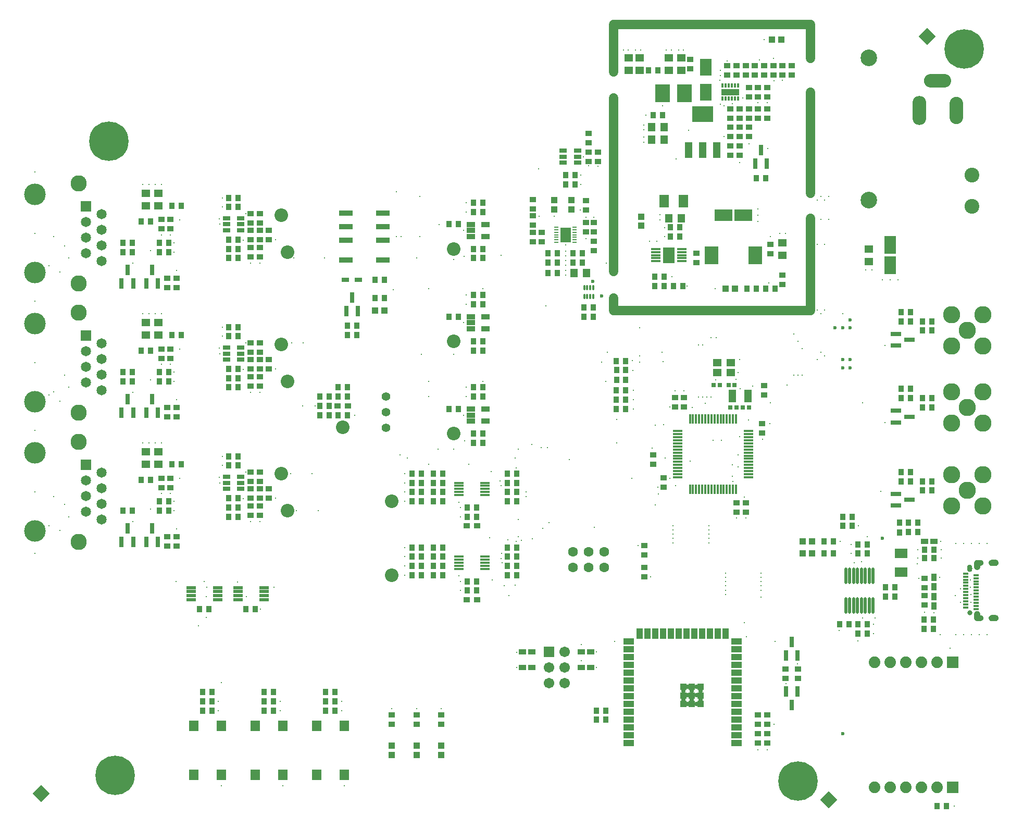
<source format=gts>
G04*
G04 #@! TF.GenerationSoftware,Altium Limited,Altium Designer,24.5.1 (21)*
G04*
G04 Layer_Color=8388736*
%FSLAX25Y25*%
%MOIN*%
G70*
G04*
G04 #@! TF.SameCoordinates,BF01A39B-E5BE-45C2-AD7E-2E88940229C6*
G04*
G04*
G04 #@! TF.FilePolarity,Negative*
G04*
G01*
G75*
%ADD25R,0.05512X0.04528*%
%ADD36R,0.02756X0.00787*%
%ADD37R,0.07008X0.09252*%
%ADD68C,0.05906*%
%ADD69R,0.04200X0.03800*%
%ADD70R,0.04737X0.10249*%
%ADD71R,0.13792X0.10249*%
%ADD72R,0.07493X0.10642*%
%ADD73O,0.01654X0.06280*%
%ADD74R,0.02769X0.03162*%
%ADD75R,0.05131X0.08280*%
%ADD76R,0.03189X0.01614*%
%ADD77R,0.03600X0.04200*%
%ADD78R,0.08280X0.06115*%
%ADD79R,0.03800X0.04200*%
%ADD80R,0.03200X0.04200*%
%ADD81R,0.06102X0.02165*%
G04:AMPARAMS|DCode=82|XSize=30.32mil|YSize=16.14mil|CornerRadius=3.64mil|HoleSize=0mil|Usage=FLASHONLY|Rotation=90.000|XOffset=0mil|YOffset=0mil|HoleType=Round|Shape=RoundedRectangle|*
%AMROUNDEDRECTD82*
21,1,0.03032,0.00886,0,0,90.0*
21,1,0.02303,0.01614,0,0,90.0*
1,1,0.00728,0.00443,0.01152*
1,1,0.00728,0.00443,-0.01152*
1,1,0.00728,-0.00443,-0.01152*
1,1,0.00728,-0.00443,0.01152*
%
%ADD82ROUNDEDRECTD82*%
%ADD83R,0.04200X0.03200*%
%ADD84R,0.03950X0.03950*%
%ADD85R,0.04700X0.05700*%
%ADD86R,0.04737X0.02965*%
G04:AMPARAMS|DCode=87|XSize=62.21mil|YSize=15.35mil|CornerRadius=3.54mil|HoleSize=0mil|Usage=FLASHONLY|Rotation=180.000|XOffset=0mil|YOffset=0mil|HoleType=Round|Shape=RoundedRectangle|*
%AMROUNDEDRECTD87*
21,1,0.06221,0.00827,0,0,180.0*
21,1,0.05512,0.01535,0,0,180.0*
1,1,0.00709,-0.02756,0.00413*
1,1,0.00709,0.02756,0.00413*
1,1,0.00709,0.02756,-0.00413*
1,1,0.00709,-0.02756,-0.00413*
%
%ADD87ROUNDEDRECTD87*%
%ADD88R,0.06706X0.04343*%
%ADD89R,0.04343X0.06706*%
%ADD90R,0.04343X0.04343*%
%ADD91R,0.11260X0.04370*%
%ADD92R,0.01614X0.02992*%
%ADD93R,0.04200X0.03600*%
%ADD94C,0.08674*%
%ADD95R,0.05700X0.04700*%
%ADD96R,0.03162X0.07099*%
%ADD97O,0.06280X0.01654*%
%ADD98R,0.07601X0.10101*%
%ADD99O,0.06181X0.01496*%
%ADD100R,0.05551X0.03189*%
%ADD101O,0.02047X0.10512*%
%ADD102R,0.03950X0.03950*%
%ADD103R,0.06115X0.08280*%
%ADD104R,0.08674X0.11824*%
%ADD105R,0.11824X0.07493*%
%ADD106R,0.09265X0.11233*%
%ADD107R,0.05918X0.06902*%
%ADD108R,0.08674X0.03556*%
%ADD109P,0.11136X4X360.0*%
%ADD110P,0.11136X4X270.0*%
%ADD111R,0.04816X0.03792*%
%ADD112R,0.07099X0.03162*%
%ADD113R,0.04973X0.02926*%
%ADD114R,0.07493X0.11824*%
%ADD115R,0.03792X0.04816*%
%ADD116C,0.03280*%
%ADD117R,0.07414X0.07414*%
%ADD118C,0.07414*%
%ADD119C,0.09461*%
%ADD120R,0.06706X0.06706*%
%ADD121C,0.06706*%
%ADD122C,0.06501*%
%ADD123R,0.06501X0.06501*%
%ADD124C,0.10367*%
%ADD125C,0.13792*%
%ADD126C,0.11036*%
%ADD127C,0.05524*%
%ADD128C,0.25210*%
%ADD129C,0.06312*%
%ADD130C,0.10642*%
%ADD131O,0.08800X0.17400*%
%ADD132O,0.17400X0.08800*%
%ADD133O,0.08800X0.18600*%
%ADD134C,0.01221*%
%ADD135C,0.01181*%
%ADD136C,0.02362*%
%ADD137C,0.02769*%
G36*
X616934Y165138D02*
X616939Y165138D01*
X617022Y165134D01*
X617105Y165130D01*
X617115Y165129D01*
X617125Y165128D01*
X617208Y165117D01*
X617214Y165115D01*
X617220Y165115D01*
X617299Y165099D01*
X617302Y165098D01*
X617306Y165097D01*
X617389Y165077D01*
X617395Y165076D01*
X617401Y165074D01*
X617480Y165051D01*
X617486Y165048D01*
X617492Y165046D01*
X617567Y165019D01*
X617570Y165017D01*
X617573Y165017D01*
X617652Y164985D01*
X617658Y164982D01*
X617664Y164980D01*
X617739Y164944D01*
X617745Y164941D01*
X617751Y164938D01*
X617822Y164899D01*
X617826Y164896D01*
X617830Y164894D01*
X617901Y164851D01*
X617903Y164849D01*
X617905Y164848D01*
X617972Y164804D01*
X617979Y164799D01*
X617986Y164795D01*
X618053Y164743D01*
X618058Y164739D01*
X618064Y164734D01*
X618127Y164679D01*
X618130Y164677D01*
X618132Y164674D01*
X618191Y164619D01*
X618197Y164614D01*
X618202Y164609D01*
X618257Y164550D01*
X618259Y164547D01*
X618262Y164545D01*
X618317Y164482D01*
X618321Y164476D01*
X618326Y164471D01*
X618377Y164404D01*
X618382Y164396D01*
X618387Y164390D01*
X618430Y164323D01*
X618432Y164320D01*
X618433Y164318D01*
X618477Y164247D01*
X618479Y164243D01*
X618481Y164239D01*
X618521Y164169D01*
X618524Y164162D01*
X618527Y164156D01*
X618562Y164081D01*
X618565Y164075D01*
X618568Y164069D01*
X618599Y163990D01*
X618600Y163987D01*
X618602Y163985D01*
X618629Y163910D01*
X618631Y163903D01*
X618633Y163897D01*
X618657Y163818D01*
X618658Y163812D01*
X618660Y163806D01*
X618680Y163724D01*
X618680Y163720D01*
X618681Y163716D01*
X618697Y163637D01*
X618698Y163631D01*
X618699Y163625D01*
X618711Y163542D01*
X618712Y163532D01*
X618713Y163522D01*
X618717Y163440D01*
X618721Y163357D01*
X618721Y163347D01*
X618721Y163336D01*
X618717Y163253D01*
X618713Y163171D01*
X618712Y163161D01*
X618711Y163150D01*
X618699Y163068D01*
X618698Y163062D01*
X618697Y163056D01*
X618681Y162977D01*
X618680Y162973D01*
X618680Y162969D01*
X618660Y162887D01*
X618658Y162881D01*
X618657Y162875D01*
X618633Y162796D01*
X618631Y162790D01*
X618629Y162783D01*
X618602Y162708D01*
X618600Y162706D01*
X618599Y162703D01*
X618568Y162624D01*
X618565Y162618D01*
X618562Y162612D01*
X618527Y162537D01*
X618524Y162531D01*
X618521Y162524D01*
X618481Y162454D01*
X618479Y162450D01*
X618477Y162446D01*
X618433Y162375D01*
X618432Y162373D01*
X618430Y162370D01*
X618387Y162303D01*
X618382Y162296D01*
X618377Y162289D01*
X618326Y162222D01*
X618321Y162217D01*
X618317Y162211D01*
X618262Y162148D01*
X618259Y162146D01*
X618257Y162143D01*
X618202Y162084D01*
X618197Y162079D01*
X618191Y162074D01*
X618132Y162018D01*
X618130Y162016D01*
X618127Y162014D01*
X618064Y161959D01*
X618059Y161954D01*
X618053Y161950D01*
X617986Y161898D01*
X617979Y161894D01*
X617972Y161889D01*
X617905Y161845D01*
X617903Y161844D01*
X617901Y161842D01*
X617830Y161799D01*
X617826Y161797D01*
X617822Y161794D01*
X617751Y161755D01*
X617745Y161752D01*
X617739Y161749D01*
X617664Y161713D01*
X617658Y161711D01*
X617652Y161708D01*
X617573Y161676D01*
X617570Y161675D01*
X617567Y161674D01*
X617492Y161647D01*
X617486Y161645D01*
X617480Y161642D01*
X617401Y161619D01*
X617395Y161617D01*
X617389Y161616D01*
X617306Y161596D01*
X617302Y161595D01*
X617299Y161594D01*
X617220Y161578D01*
X617214Y161578D01*
X617208Y161576D01*
X617125Y161565D01*
X617115Y161564D01*
X617105Y161563D01*
X617022Y161559D01*
X616939Y161555D01*
X616934Y161555D01*
X616929Y161554D01*
X616911D01*
X616895Y161552D01*
X616869Y161549D01*
X616867Y161549D01*
X616865Y161548D01*
X616847Y161546D01*
X616832Y161542D01*
X616816Y161538D01*
X616797Y161531D01*
X616775Y161521D01*
X616775Y161521D01*
X616758Y161514D01*
X616742Y161504D01*
X616742Y161504D01*
X616731Y161498D01*
X616722Y161491D01*
X616712Y161484D01*
X616703Y161477D01*
X616697Y161473D01*
X616689Y161465D01*
X616681Y161458D01*
X616675Y161451D01*
X616666Y161444D01*
X616659Y161436D01*
X616652Y161429D01*
X616646Y161421D01*
X616637Y161413D01*
X616634Y161407D01*
X616626Y161398D01*
X616620Y161389D01*
X616612Y161380D01*
X616606Y161369D01*
X616606Y161369D01*
X616596Y161352D01*
X616589Y161336D01*
X616580Y161313D01*
X616573Y161294D01*
X616568Y161278D01*
X616564Y161263D01*
X616562Y161245D01*
X616562Y161243D01*
X616562Y161241D01*
X616558Y161215D01*
X616556Y161199D01*
Y160689D01*
X616555Y160684D01*
X616556Y160679D01*
X616552Y160592D01*
D01*
Y160592D01*
X616548Y160506D01*
X616546Y160496D01*
X616546Y160486D01*
X616534Y160400D01*
X616533Y160395D01*
X616533Y160390D01*
X616517Y160304D01*
X616516Y160299D01*
X616515Y160294D01*
X616495Y160208D01*
X616492Y160198D01*
X616490Y160187D01*
X616462Y160105D01*
X616462Y160105D01*
X616434Y160022D01*
X616431Y160013D01*
X616428Y160005D01*
X616393Y159922D01*
X616392Y159921D01*
X616391Y159919D01*
X616356Y159840D01*
X616350Y159830D01*
X616345Y159820D01*
X616302Y159746D01*
X616300Y159742D01*
X616298Y159738D01*
X616251Y159663D01*
X616251Y159663D01*
X616203Y159589D01*
X616195Y159578D01*
X616187Y159567D01*
X616132Y159500D01*
X616132Y159500D01*
X616077Y159433D01*
X616075Y159430D01*
X616072Y159427D01*
X616013Y159360D01*
X616004Y159351D01*
X615994Y159341D01*
X615927Y159282D01*
X615924Y159280D01*
X615922Y159277D01*
X615855Y159222D01*
X615855Y159222D01*
X615788Y159167D01*
X615777Y159159D01*
X615766Y159151D01*
X615693Y159105D01*
X615624Y159059D01*
X615616Y159055D01*
X615609Y159050D01*
X615530Y159007D01*
X615522Y159003D01*
X615514Y158999D01*
X615436Y158963D01*
X615434Y158963D01*
X615432Y158962D01*
X615349Y158926D01*
X615341Y158923D01*
X615333Y158920D01*
X615250Y158892D01*
X615250Y158892D01*
X615167Y158865D01*
X615157Y158862D01*
X615147Y158859D01*
X615060Y158839D01*
X615055Y158839D01*
X615051Y158837D01*
X614964Y158822D01*
X614959Y158821D01*
X614955Y158820D01*
X614868Y158808D01*
X614858Y158808D01*
X614848Y158807D01*
X614762Y158803D01*
X614762D01*
X614762D01*
X614675Y158799D01*
X614665Y158799D01*
X614655Y158799D01*
X614569Y158803D01*
D01*
X614569D01*
X614482Y158807D01*
X614472Y158808D01*
X614463Y158808D01*
X614376Y158820D01*
X614371Y158821D01*
X614367Y158822D01*
X614280Y158837D01*
X614275Y158839D01*
X614271Y158839D01*
X614184Y158859D01*
X614174Y158862D01*
X614164Y158865D01*
X614081Y158892D01*
X613998Y158920D01*
X613990Y158923D01*
X613981Y158926D01*
X613899Y158962D01*
X613897Y158963D01*
X613895Y158963D01*
X613816Y158999D01*
X613807Y159004D01*
X613797Y159009D01*
X613722Y159052D01*
X613718Y159055D01*
X613715Y159056D01*
X613640Y159104D01*
X613640Y159104D01*
X613565Y159151D01*
X613554Y159159D01*
X613543Y159167D01*
X613476Y159222D01*
X613476Y159222D01*
X613409Y159277D01*
X613407Y159280D01*
X613404Y159282D01*
X613337Y159341D01*
X613327Y159351D01*
X613317Y159360D01*
X613258Y159427D01*
X613256Y159430D01*
X613254Y159433D01*
X613199Y159500D01*
X613143Y159567D01*
X613136Y159578D01*
X613127Y159589D01*
X613080Y159664D01*
X613080Y159664D01*
X613033Y159738D01*
X613031Y159742D01*
X613029Y159746D01*
X612985Y159820D01*
X612981Y159830D01*
X612975Y159840D01*
X612940Y159919D01*
X612939Y159921D01*
X612938Y159922D01*
X612903Y160005D01*
X612900Y160013D01*
X612896Y160022D01*
X612869Y160105D01*
X612869Y160105D01*
X612841Y160187D01*
X612839Y160198D01*
X612835Y160208D01*
X612816Y160294D01*
X612815Y160299D01*
X612814Y160304D01*
X612798Y160390D01*
X612798Y160395D01*
X612797Y160400D01*
X612785Y160486D01*
X612784Y160496D01*
X612783Y160506D01*
X612779Y160592D01*
Y160592D01*
Y160592D01*
X612775Y160679D01*
X612775Y160684D01*
X612775Y160689D01*
Y163347D01*
X612775Y163352D01*
X612775Y163357D01*
X612779Y163439D01*
X612779Y163440D01*
X612783Y163522D01*
X612784Y163532D01*
X612785Y163542D01*
X612797Y163625D01*
X612798Y163631D01*
X612799Y163637D01*
X612815Y163716D01*
X612816Y163720D01*
X612816Y163724D01*
X612836Y163806D01*
X612838Y163812D01*
X612839Y163818D01*
X612863Y163897D01*
X612865Y163903D01*
X612867Y163910D01*
X612895Y163985D01*
X612896Y163987D01*
X612897Y163990D01*
X612928Y164069D01*
X612931Y164075D01*
X612934Y164081D01*
X612969Y164156D01*
X612972Y164162D01*
X612976Y164169D01*
X613015Y164239D01*
X613017Y164243D01*
X613019Y164247D01*
X613063Y164318D01*
X613064Y164320D01*
X613066Y164323D01*
X613109Y164390D01*
X613114Y164397D01*
X613119Y164404D01*
X613170Y164471D01*
X613175Y164476D01*
X613179Y164482D01*
X613234Y164545D01*
X613237Y164547D01*
X613239Y164550D01*
X613294Y164609D01*
X613300Y164614D01*
X613305Y164619D01*
X613364Y164674D01*
X613366Y164677D01*
X613369Y164679D01*
X613432Y164734D01*
X613438Y164739D01*
X613443Y164743D01*
X613510Y164795D01*
X613517Y164799D01*
X613524Y164804D01*
X613591Y164848D01*
X613593Y164849D01*
X613595Y164851D01*
X613666Y164894D01*
X613670Y164896D01*
X613674Y164899D01*
X613745Y164938D01*
X613751Y164941D01*
X613757Y164944D01*
X613832Y164980D01*
X613838Y164982D01*
X613844Y164985D01*
X613923Y165017D01*
X613926Y165017D01*
X613929Y165019D01*
X614004Y165046D01*
X614010Y165048D01*
X614016Y165051D01*
X614095Y165074D01*
X614101Y165076D01*
X614107Y165077D01*
X614190Y165097D01*
X614194Y165098D01*
X614198Y165099D01*
X614276Y165115D01*
X614282Y165115D01*
X614288Y165117D01*
X614371Y165128D01*
X614381Y165129D01*
X614391Y165130D01*
X614474Y165134D01*
X614557Y165138D01*
X614562Y165138D01*
X614567Y165138D01*
X616929D01*
X616934Y165138D01*
D02*
G37*
G36*
X626480Y165311D02*
X626583Y165303D01*
X626685Y165291D01*
X626787Y165272D01*
X626886Y165248D01*
X626988Y165220D01*
X627083Y165185D01*
X627177Y165146D01*
X627272Y165102D01*
X627362Y165051D01*
X627449Y164996D01*
X627535Y164941D01*
X627618Y164878D01*
X627697Y164811D01*
X627772Y164740D01*
X627843Y164665D01*
X627910Y164587D01*
X627972Y164504D01*
X628028Y164417D01*
X628083Y164331D01*
X628134Y164240D01*
X628177Y164146D01*
X628217Y164051D01*
X628252Y163957D01*
X628279Y163854D01*
X628303Y163756D01*
X628323Y163654D01*
X628335Y163551D01*
X628342Y163449D01*
X628346Y163347D01*
X628342Y163244D01*
X628335Y163142D01*
X628323Y163039D01*
X628303Y162937D01*
X628279Y162839D01*
X628252Y162736D01*
X628217Y162642D01*
X628177Y162547D01*
X628134Y162453D01*
X628083Y162362D01*
X628028Y162276D01*
X627972Y162189D01*
X627910Y162106D01*
X627843Y162028D01*
X627772Y161953D01*
X627697Y161882D01*
X627618Y161815D01*
X627535Y161752D01*
X627449Y161697D01*
X627362Y161642D01*
X627272Y161591D01*
X627177Y161547D01*
X627083Y161508D01*
X626988Y161472D01*
X626886Y161445D01*
X626787Y161421D01*
X626685Y161402D01*
X626583Y161390D01*
X626480Y161382D01*
X626378Y161378D01*
X624016D01*
X623913Y161382D01*
X623811Y161390D01*
X623709Y161402D01*
X623606Y161421D01*
X623508Y161445D01*
X623406Y161472D01*
X623311Y161508D01*
X623216Y161547D01*
X623122Y161591D01*
X623032Y161642D01*
X622945Y161697D01*
X622858Y161752D01*
X622776Y161815D01*
X622697Y161882D01*
X622622Y161953D01*
X622551Y162028D01*
X622484Y162106D01*
X622421Y162189D01*
X622366Y162276D01*
X622311Y162362D01*
X622260Y162453D01*
X622217Y162547D01*
X622177Y162642D01*
X622142Y162736D01*
X622114Y162839D01*
X622090Y162937D01*
X622071Y163039D01*
X622059Y163142D01*
X622051Y163244D01*
X622047Y163347D01*
X622051Y163449D01*
X622059Y163551D01*
X622071Y163654D01*
X622090Y163756D01*
X622114Y163854D01*
X622142Y163957D01*
X622177Y164051D01*
X622217Y164146D01*
X622260Y164240D01*
X622311Y164331D01*
X622366Y164417D01*
X622421Y164504D01*
X622484Y164587D01*
X622551Y164665D01*
X622622Y164740D01*
X622697Y164811D01*
X622776Y164878D01*
X622858Y164941D01*
X622945Y164996D01*
X623032Y165051D01*
X623122Y165102D01*
X623216Y165146D01*
X623311Y165185D01*
X623406Y165220D01*
X623508Y165248D01*
X623606Y165272D01*
X623709Y165291D01*
X623811Y165303D01*
X623913Y165311D01*
X624016Y165315D01*
X626378D01*
X626480Y165311D01*
D02*
G37*
G36*
X609929Y162102D02*
X610012Y162098D01*
X610098Y162087D01*
X610181Y162071D01*
X610264Y162051D01*
X610347Y162028D01*
X610429Y161996D01*
X610508Y161965D01*
X610583Y161929D01*
X610658Y161886D01*
X610732Y161843D01*
X610803Y161795D01*
X610870Y161744D01*
X610937Y161685D01*
X610996Y161626D01*
X611055Y161567D01*
X611114Y161500D01*
X611165Y161433D01*
X611213Y161362D01*
X611256Y161287D01*
X611299Y161213D01*
X611335Y161138D01*
X611366Y161059D01*
X611398Y160976D01*
X611421Y160894D01*
X611441Y160811D01*
X611457Y160728D01*
X611469Y160642D01*
X611472Y160559D01*
X611476Y160472D01*
Y159213D01*
X611472Y159126D01*
X611469Y159043D01*
X611457Y158957D01*
X611441Y158874D01*
X611421Y158791D01*
X611398Y158709D01*
X611366Y158626D01*
X611335Y158547D01*
X611299Y158472D01*
X611256Y158394D01*
X611213Y158323D01*
X611165Y158252D01*
X611114Y158185D01*
X611055Y158118D01*
X610996Y158059D01*
X610937Y158000D01*
X610870Y157941D01*
X610803Y157890D01*
X610732Y157843D01*
X610658Y157799D01*
X610583Y157756D01*
X610508Y157720D01*
X610429Y157689D01*
X610347Y157658D01*
X610264Y157634D01*
X610181Y157614D01*
X610098Y157598D01*
X610012Y157587D01*
X609929Y157583D01*
X609842Y157579D01*
X609756Y157583D01*
X609673Y157587D01*
X609587Y157598D01*
X609504Y157614D01*
X609421Y157634D01*
X609339Y157658D01*
X609256Y157689D01*
X609177Y157720D01*
X609102Y157756D01*
X609028Y157799D01*
X608953Y157843D01*
X608882Y157890D01*
X608815Y157941D01*
X608748Y158000D01*
X608689Y158059D01*
X608630Y158118D01*
X608571Y158185D01*
X608520Y158252D01*
X608472Y158323D01*
X608429Y158394D01*
X608386Y158472D01*
X608350Y158547D01*
X608319Y158626D01*
X608287Y158709D01*
X608264Y158791D01*
X608244Y158874D01*
X608228Y158957D01*
X608216Y159043D01*
X608213Y159126D01*
X608209Y159213D01*
Y160472D01*
X608213Y160559D01*
X608216Y160642D01*
X608228Y160728D01*
X608244Y160811D01*
X608264Y160894D01*
X608287Y160976D01*
X608319Y161059D01*
X608350Y161138D01*
X608386Y161213D01*
X608429Y161287D01*
X608472Y161362D01*
X608520Y161433D01*
X608571Y161500D01*
X608630Y161567D01*
X608689Y161626D01*
X608748Y161685D01*
X608815Y161744D01*
X608882Y161795D01*
X608953Y161843D01*
X609028Y161886D01*
X609102Y161929D01*
X609177Y161965D01*
X609256Y161996D01*
X609339Y162028D01*
X609421Y162051D01*
X609504Y162071D01*
X609587Y162087D01*
X609673Y162098D01*
X609756Y162102D01*
X609842Y162106D01*
X609929Y162102D01*
D02*
G37*
G36*
X614762Y132536D02*
D01*
X614762D01*
X614848Y132532D01*
X614858Y132531D01*
X614868Y132530D01*
X614955Y132518D01*
X614959Y132517D01*
X614964Y132517D01*
X615051Y132501D01*
X615055Y132500D01*
X615060Y132499D01*
X615147Y132480D01*
X615157Y132476D01*
X615167Y132474D01*
X615250Y132446D01*
X615333Y132419D01*
X615341Y132415D01*
X615349Y132412D01*
X615432Y132377D01*
X615434Y132376D01*
X615436Y132375D01*
X615514Y132340D01*
X615522Y132336D01*
X615530Y132332D01*
X615609Y132289D01*
X615616Y132284D01*
X615624Y132279D01*
X615693Y132234D01*
X615766Y132188D01*
X615777Y132179D01*
X615788Y132172D01*
X615855Y132116D01*
X615855Y132116D01*
X615922Y132061D01*
X615924Y132059D01*
X615927Y132057D01*
X615994Y131998D01*
X616003Y131988D01*
X616013Y131978D01*
X616072Y131911D01*
X616075Y131909D01*
X616077Y131906D01*
X616132Y131839D01*
X616187Y131772D01*
X616195Y131761D01*
X616203Y131750D01*
X616251Y131675D01*
X616251Y131675D01*
X616298Y131600D01*
X616300Y131597D01*
X616302Y131593D01*
X616345Y131518D01*
X616350Y131508D01*
X616356Y131499D01*
X616391Y131420D01*
X616392Y131418D01*
X616393Y131416D01*
X616428Y131334D01*
X616431Y131325D01*
X616434Y131317D01*
X616462Y131234D01*
X616462Y131234D01*
X616490Y131151D01*
X616492Y131141D01*
X616495Y131131D01*
X616515Y131044D01*
X616516Y131040D01*
X616517Y131035D01*
X616533Y130948D01*
X616533Y130944D01*
X616534Y130939D01*
X616546Y130852D01*
X616546Y130842D01*
X616548Y130833D01*
X616552Y130746D01*
Y130746D01*
Y130746D01*
X616556Y130659D01*
X616555Y130655D01*
X616556Y130650D01*
Y130140D01*
X616558Y130123D01*
X616562Y130098D01*
X616562Y130096D01*
X616562Y130094D01*
X616564Y130075D01*
X616568Y130060D01*
X616573Y130044D01*
X616580Y130026D01*
X616589Y130003D01*
X616589Y130003D01*
X616596Y129987D01*
X616606Y129970D01*
X616606Y129970D01*
X616612Y129959D01*
X616620Y129950D01*
X616626Y129941D01*
X616634Y129931D01*
X616637Y129926D01*
X616646Y129917D01*
X616652Y129910D01*
X616659Y129903D01*
X616666Y129894D01*
X616675Y129887D01*
X616681Y129880D01*
X616689Y129874D01*
X616697Y129866D01*
X616703Y129862D01*
X616712Y129855D01*
X616722Y129848D01*
X616731Y129841D01*
X616742Y129834D01*
X616758Y129825D01*
X616775Y129818D01*
X616797Y129808D01*
X616816Y129801D01*
X616832Y129797D01*
X616847Y129793D01*
X616865Y129790D01*
X616867Y129790D01*
X616869Y129790D01*
X616895Y129786D01*
X616911Y129784D01*
X616929D01*
X616934Y129784D01*
X616939Y129784D01*
X617022Y129780D01*
X617105Y129776D01*
X617115Y129775D01*
X617125Y129774D01*
X617208Y129762D01*
X617214Y129761D01*
X617220Y129760D01*
X617299Y129745D01*
X617302Y129743D01*
X617306Y129743D01*
X617389Y129723D01*
X617395Y129721D01*
X617401Y129720D01*
X617480Y129696D01*
X617486Y129694D01*
X617492Y129692D01*
X617567Y129665D01*
X617570Y129663D01*
X617573Y129662D01*
X617652Y129631D01*
X617658Y129628D01*
X617664Y129625D01*
X617739Y129590D01*
X617745Y129587D01*
X617751Y129584D01*
X617822Y129544D01*
X617826Y129542D01*
X617830Y129540D01*
X617901Y129496D01*
X617903Y129495D01*
X617905Y129493D01*
X617972Y129450D01*
X617979Y129445D01*
X617986Y129440D01*
X618053Y129389D01*
X618058Y129384D01*
X618064Y129380D01*
X618127Y129325D01*
X618130Y129322D01*
X618132Y129320D01*
X618191Y129265D01*
X618197Y129260D01*
X618202Y129254D01*
X618257Y129195D01*
X618259Y129193D01*
X618262Y129190D01*
X618317Y129127D01*
X618321Y129121D01*
X618326Y129116D01*
X618377Y129049D01*
X618382Y129042D01*
X618387Y129035D01*
X618430Y128968D01*
X618432Y128966D01*
X618433Y128964D01*
X618477Y128893D01*
X618479Y128889D01*
X618481Y128885D01*
X618521Y128814D01*
X618524Y128808D01*
X618527Y128802D01*
X618562Y128727D01*
X618565Y128721D01*
X618568Y128715D01*
X618599Y128636D01*
X618600Y128633D01*
X618602Y128630D01*
X618629Y128555D01*
X618631Y128549D01*
X618633Y128543D01*
X618657Y128464D01*
X618658Y128458D01*
X618660Y128452D01*
X618680Y128369D01*
X618680Y128365D01*
X618681Y128361D01*
X618697Y128283D01*
X618698Y128277D01*
X618699Y128271D01*
X618711Y128188D01*
X618712Y128178D01*
X618713Y128168D01*
X618717Y128085D01*
X618721Y128003D01*
X618721Y127992D01*
X618721Y127982D01*
X618717Y127899D01*
X618713Y127816D01*
X618712Y127806D01*
X618711Y127796D01*
X618699Y127713D01*
X618698Y127707D01*
X618697Y127701D01*
X618681Y127623D01*
X618680Y127619D01*
X618680Y127615D01*
X618660Y127532D01*
X618658Y127526D01*
X618657Y127520D01*
X618633Y127442D01*
X618631Y127435D01*
X618629Y127429D01*
X618602Y127354D01*
X618600Y127351D01*
X618599Y127348D01*
X618568Y127270D01*
X618565Y127264D01*
X618562Y127257D01*
X618527Y127183D01*
X618524Y127176D01*
X618521Y127170D01*
X618481Y127099D01*
X618479Y127095D01*
X618477Y127091D01*
X618433Y127021D01*
X618432Y127018D01*
X618430Y127016D01*
X618387Y126949D01*
X618382Y126942D01*
X618377Y126935D01*
X618326Y126868D01*
X618321Y126863D01*
X618317Y126857D01*
X618262Y126794D01*
X618259Y126792D01*
X618257Y126789D01*
X618202Y126730D01*
X618197Y126725D01*
X618191Y126719D01*
X618132Y126664D01*
X618130Y126662D01*
X618127Y126659D01*
X618064Y126604D01*
X618059Y126600D01*
X618053Y126595D01*
X617986Y126544D01*
X617979Y126539D01*
X617972Y126534D01*
X617905Y126491D01*
X617903Y126489D01*
X617901Y126488D01*
X617830Y126445D01*
X617826Y126443D01*
X617822Y126440D01*
X617751Y126401D01*
X617745Y126398D01*
X617739Y126394D01*
X617664Y126359D01*
X617658Y126356D01*
X617652Y126353D01*
X617573Y126322D01*
X617570Y126321D01*
X617567Y126320D01*
X617492Y126292D01*
X617486Y126290D01*
X617480Y126288D01*
X617401Y126264D01*
X617395Y126263D01*
X617389Y126261D01*
X617306Y126242D01*
X617302Y126241D01*
X617299Y126240D01*
X617220Y126224D01*
X617214Y126223D01*
X617208Y126222D01*
X617125Y126210D01*
X617115Y126209D01*
X617105Y126208D01*
X617022Y126204D01*
X616939Y126200D01*
X616934Y126200D01*
X616929Y126200D01*
X614567D01*
X614562Y126200D01*
X614557Y126200D01*
X614474Y126204D01*
X614391Y126208D01*
X614381Y126209D01*
X614371Y126210D01*
X614288Y126222D01*
X614282Y126223D01*
X614276Y126224D01*
X614198Y126240D01*
X614194Y126241D01*
X614190Y126242D01*
X614107Y126261D01*
X614101Y126263D01*
X614095Y126264D01*
X614016Y126288D01*
X614010Y126290D01*
X614004Y126292D01*
X613929Y126320D01*
X613926Y126321D01*
X613923Y126322D01*
X613844Y126353D01*
X613838Y126356D01*
X613832Y126359D01*
X613757Y126394D01*
X613751Y126398D01*
X613745Y126401D01*
X613674Y126440D01*
X613670Y126443D01*
X613666Y126445D01*
X613595Y126488D01*
X613593Y126490D01*
X613591Y126491D01*
X613524Y126534D01*
X613517Y126539D01*
X613510Y126544D01*
X613443Y126595D01*
X613438Y126600D01*
X613432Y126604D01*
X613369Y126659D01*
X613366Y126662D01*
X613364Y126664D01*
X613305Y126719D01*
X613300Y126725D01*
X613294Y126730D01*
X613239Y126789D01*
X613237Y126792D01*
X613234Y126794D01*
X613179Y126857D01*
X613175Y126863D01*
X613170Y126868D01*
X613119Y126935D01*
X613114Y126942D01*
X613109Y126949D01*
X613066Y127016D01*
X613064Y127018D01*
X613063Y127021D01*
X613019Y127092D01*
X613017Y127095D01*
X613015Y127099D01*
X612976Y127170D01*
X612972Y127176D01*
X612969Y127183D01*
X612934Y127257D01*
X612931Y127264D01*
X612928Y127270D01*
X612897Y127348D01*
X612896Y127351D01*
X612895Y127354D01*
X612867Y127429D01*
X612865Y127435D01*
X612863Y127442D01*
X612839Y127520D01*
X612838Y127526D01*
X612836Y127532D01*
X612816Y127615D01*
X612816Y127619D01*
X612815Y127623D01*
X612799Y127701D01*
X612798Y127708D01*
X612797Y127713D01*
X612785Y127796D01*
X612784Y127806D01*
X612783Y127816D01*
X612779Y127899D01*
Y127899D01*
Y127899D01*
X612775Y127982D01*
X612775Y127987D01*
X612775Y127992D01*
Y130650D01*
X612775Y130655D01*
X612775Y130659D01*
X612779Y130746D01*
D01*
Y130746D01*
X612783Y130833D01*
X612784Y130842D01*
X612785Y130852D01*
X612797Y130939D01*
X612798Y130944D01*
X612798Y130948D01*
X612814Y131035D01*
X612815Y131040D01*
X612816Y131044D01*
X612835Y131131D01*
X612839Y131141D01*
X612841Y131151D01*
X612869Y131234D01*
X612896Y131317D01*
X612900Y131325D01*
X612903Y131334D01*
X612938Y131416D01*
X612939Y131418D01*
X612940Y131420D01*
X612975Y131499D01*
X612981Y131508D01*
X612985Y131518D01*
X613029Y131593D01*
X613031Y131597D01*
X613033Y131600D01*
X613080Y131675D01*
X613080Y131675D01*
X613127Y131750D01*
X613136Y131761D01*
X613143Y131772D01*
X613199Y131839D01*
X613199Y131839D01*
X613254Y131906D01*
X613256Y131909D01*
X613258Y131911D01*
X613317Y131978D01*
X613327Y131988D01*
X613337Y131998D01*
X613404Y132056D01*
X613407Y132059D01*
X613409Y132061D01*
X613476Y132116D01*
X613543Y132172D01*
X613554Y132179D01*
X613565Y132188D01*
X613640Y132235D01*
X613640Y132235D01*
X613715Y132282D01*
X613718Y132284D01*
X613722Y132286D01*
X613797Y132330D01*
X613807Y132334D01*
X613816Y132340D01*
X613895Y132375D01*
X613897Y132376D01*
X613899Y132377D01*
X613981Y132412D01*
X613990Y132415D01*
X613998Y132419D01*
X614081Y132446D01*
X614081Y132446D01*
X614164Y132474D01*
X614174Y132476D01*
X614184Y132480D01*
X614271Y132499D01*
X614275Y132500D01*
X614280Y132501D01*
X614367Y132517D01*
X614371Y132517D01*
X614376Y132518D01*
X614463Y132530D01*
X614472Y132531D01*
X614482Y132532D01*
X614569Y132536D01*
X614569D01*
D01*
X614655Y132540D01*
X614665Y132539D01*
X614675Y132540D01*
X614762Y132536D01*
D02*
G37*
G36*
X626480Y129957D02*
X626583Y129949D01*
X626685Y129937D01*
X626787Y129917D01*
X626886Y129894D01*
X626988Y129866D01*
X627083Y129831D01*
X627177Y129791D01*
X627272Y129748D01*
X627362Y129697D01*
X627449Y129642D01*
X627535Y129587D01*
X627618Y129524D01*
X627697Y129457D01*
X627772Y129386D01*
X627843Y129311D01*
X627910Y129232D01*
X627972Y129150D01*
X628028Y129063D01*
X628083Y128976D01*
X628134Y128886D01*
X628177Y128791D01*
X628217Y128697D01*
X628252Y128602D01*
X628279Y128500D01*
X628303Y128402D01*
X628323Y128299D01*
X628335Y128197D01*
X628342Y128094D01*
X628346Y127992D01*
X628342Y127890D01*
X628335Y127787D01*
X628323Y127685D01*
X628303Y127583D01*
X628279Y127484D01*
X628252Y127382D01*
X628217Y127287D01*
X628177Y127193D01*
X628134Y127098D01*
X628083Y127008D01*
X628028Y126921D01*
X627972Y126835D01*
X627910Y126752D01*
X627843Y126673D01*
X627772Y126598D01*
X627697Y126528D01*
X627618Y126461D01*
X627535Y126398D01*
X627449Y126342D01*
X627362Y126287D01*
X627272Y126236D01*
X627177Y126193D01*
X627083Y126154D01*
X626988Y126118D01*
X626886Y126091D01*
X626787Y126067D01*
X626685Y126047D01*
X626583Y126035D01*
X626480Y126028D01*
X626378Y126024D01*
X624016D01*
X623913Y126028D01*
X623811Y126035D01*
X623709Y126047D01*
X623606Y126067D01*
X623508Y126091D01*
X623406Y126118D01*
X623311Y126154D01*
X623216Y126193D01*
X623122Y126236D01*
X623032Y126287D01*
X622945Y126342D01*
X622858Y126398D01*
X622776Y126461D01*
X622697Y126528D01*
X622622Y126598D01*
X622551Y126673D01*
X622484Y126752D01*
X622421Y126835D01*
X622366Y126921D01*
X622311Y127008D01*
X622260Y127098D01*
X622217Y127193D01*
X622177Y127287D01*
X622142Y127382D01*
X622114Y127484D01*
X622090Y127583D01*
X622071Y127685D01*
X622059Y127787D01*
X622051Y127890D01*
X622047Y127992D01*
X622051Y128094D01*
X622059Y128197D01*
X622071Y128299D01*
X622090Y128402D01*
X622114Y128500D01*
X622142Y128602D01*
X622177Y128697D01*
X622217Y128791D01*
X622260Y128886D01*
X622311Y128976D01*
X622366Y129063D01*
X622421Y129150D01*
X622484Y129232D01*
X622551Y129311D01*
X622622Y129386D01*
X622697Y129457D01*
X622776Y129524D01*
X622858Y129587D01*
X622945Y129642D01*
X623032Y129697D01*
X623122Y129748D01*
X623216Y129791D01*
X623311Y129831D01*
X623406Y129866D01*
X623508Y129894D01*
X623606Y129917D01*
X623709Y129937D01*
X623811Y129949D01*
X623913Y129957D01*
X624016Y129961D01*
X626378D01*
X626480Y129957D01*
D02*
G37*
D25*
X448425Y285039D02*
D03*
X457087Y291339D02*
D03*
X448425D02*
D03*
X457087Y285039D02*
D03*
D36*
X356988Y368504D02*
D03*
Y370079D02*
D03*
Y371654D02*
D03*
Y373228D02*
D03*
Y374803D02*
D03*
Y376378D02*
D03*
Y377953D02*
D03*
X345374D02*
D03*
Y376378D02*
D03*
Y374803D02*
D03*
Y373228D02*
D03*
Y371654D02*
D03*
Y370079D02*
D03*
Y368504D02*
D03*
D37*
X351181Y373228D02*
D03*
D68*
X381890Y460630D02*
X381890Y349606D01*
X381890Y324803D02*
Y332677D01*
Y477362D02*
Y507874D01*
Y324803D02*
X507874D01*
Y383858D01*
Y399606D02*
Y464567D01*
Y486221D02*
Y507874D01*
X381890D02*
X507874D01*
D69*
X478346Y276622D02*
D03*
Y270622D02*
D03*
X335827Y368653D02*
D03*
Y374654D02*
D03*
X369291Y380953D02*
D03*
Y374953D02*
D03*
X364173Y380953D02*
D03*
Y374953D02*
D03*
X372047Y420228D02*
D03*
Y426228D02*
D03*
X92520Y300244D02*
D03*
Y217567D02*
D03*
X466535Y195819D02*
D03*
Y201819D02*
D03*
X460630Y195819D02*
D03*
Y201819D02*
D03*
X92520Y294244D02*
D03*
Y211567D02*
D03*
Y382921D02*
D03*
Y376921D02*
D03*
X435039Y355268D02*
D03*
Y361268D02*
D03*
X482283Y367173D02*
D03*
Y361173D02*
D03*
X155512Y359205D02*
D03*
Y365205D02*
D03*
X149606Y359205D02*
D03*
Y365205D02*
D03*
Y386858D02*
D03*
Y380858D02*
D03*
X421397Y269035D02*
D03*
Y263035D02*
D03*
X426897Y269035D02*
D03*
Y263035D02*
D03*
X149606Y304181D02*
D03*
Y298181D02*
D03*
Y221504D02*
D03*
Y215504D02*
D03*
X155512Y193850D02*
D03*
Y199850D02*
D03*
X149606Y193850D02*
D03*
Y199850D02*
D03*
X155512Y276528D02*
D03*
Y282528D02*
D03*
X149606Y276528D02*
D03*
Y282528D02*
D03*
X474409Y54181D02*
D03*
Y48181D02*
D03*
X480315Y54181D02*
D03*
Y48181D02*
D03*
Y59992D02*
D03*
Y65992D02*
D03*
Y461567D02*
D03*
Y467567D02*
D03*
X460630Y475347D02*
D03*
Y481347D02*
D03*
X474409Y447787D02*
D03*
Y453787D02*
D03*
X480315D02*
D03*
Y447787D02*
D03*
X484252Y475347D02*
D03*
Y481347D02*
D03*
X431148Y479284D02*
D03*
Y485284D02*
D03*
X468504Y435976D02*
D03*
Y441976D02*
D03*
X477095Y252370D02*
D03*
Y246370D02*
D03*
X413832Y211870D02*
D03*
Y217870D02*
D03*
X407283Y232331D02*
D03*
Y226331D02*
D03*
X581031Y147437D02*
D03*
Y153437D02*
D03*
Y142311D02*
D03*
Y136311D02*
D03*
D70*
X429921Y427453D02*
D03*
X438976D02*
D03*
X448032D02*
D03*
D71*
X438976Y450288D02*
D03*
D72*
X440945Y464491D02*
D03*
Y480391D02*
D03*
D73*
X450516Y255461D02*
D03*
X452484D02*
D03*
X456421D02*
D03*
X454453D02*
D03*
X460358D02*
D03*
X458390D02*
D03*
X448547D02*
D03*
X446579D02*
D03*
X444610D02*
D03*
X442642D02*
D03*
X440673D02*
D03*
X438705D02*
D03*
X436736D02*
D03*
X434768D02*
D03*
X432799D02*
D03*
X430831D02*
D03*
Y210279D02*
D03*
X432799D02*
D03*
X434768D02*
D03*
X436736D02*
D03*
X438705D02*
D03*
X440673D02*
D03*
X442642D02*
D03*
X444610D02*
D03*
X446579D02*
D03*
X448547D02*
D03*
X450516D02*
D03*
X452484D02*
D03*
X454453D02*
D03*
X456421D02*
D03*
X458390D02*
D03*
X460358D02*
D03*
D74*
X450000Y277165D02*
D03*
X459449D02*
D03*
X455512D02*
D03*
X446063D02*
D03*
X460630Y262598D02*
D03*
X456693D02*
D03*
X468504D02*
D03*
X464567D02*
D03*
D75*
X467913Y270075D02*
D03*
X458071D02*
D03*
D76*
X607244Y134843D02*
D03*
X613937Y155512D02*
D03*
X607244Y136811D02*
D03*
Y138779D02*
D03*
Y140748D02*
D03*
Y142717D02*
D03*
Y144685D02*
D03*
Y146653D02*
D03*
Y148622D02*
D03*
Y150591D02*
D03*
Y152559D02*
D03*
Y154528D02*
D03*
Y156496D02*
D03*
X613937Y153543D02*
D03*
Y151575D02*
D03*
Y149606D02*
D03*
Y147638D02*
D03*
Y145669D02*
D03*
Y143701D02*
D03*
Y141732D02*
D03*
Y139764D02*
D03*
Y137795D02*
D03*
Y135827D02*
D03*
Y133858D02*
D03*
D77*
X564961Y189224D02*
D03*
Y182824D02*
D03*
X383858Y286665D02*
D03*
Y280265D02*
D03*
X389764Y286665D02*
D03*
Y280265D02*
D03*
D78*
X565945Y157283D02*
D03*
Y169488D02*
D03*
D79*
X576819Y188976D02*
D03*
X570819D02*
D03*
Y183071D02*
D03*
X576819D02*
D03*
X123079Y133858D02*
D03*
X117079D02*
D03*
X345913Y348819D02*
D03*
X339913D02*
D03*
X345913Y355512D02*
D03*
X339913D02*
D03*
X345913Y361417D02*
D03*
X339913D02*
D03*
X356055D02*
D03*
X362055D02*
D03*
X356055Y355512D02*
D03*
X362055D02*
D03*
X357331Y411417D02*
D03*
X351331D02*
D03*
X357331Y405512D02*
D03*
X351331D02*
D03*
X152606Y133858D02*
D03*
X146606D02*
D03*
X294339Y145669D02*
D03*
Y151575D02*
D03*
X258906Y155512D02*
D03*
X288339Y151575D02*
D03*
X258906Y202756D02*
D03*
X252906D02*
D03*
X258906Y208661D02*
D03*
X252906D02*
D03*
X258906Y214567D02*
D03*
X252906D02*
D03*
X258906Y220472D02*
D03*
X252906D02*
D03*
X294339Y198819D02*
D03*
X288339D02*
D03*
X294339Y192913D02*
D03*
X288339D02*
D03*
X252906Y161417D02*
D03*
X258906D02*
D03*
X252906Y167323D02*
D03*
X258906D02*
D03*
X288339Y145669D02*
D03*
X298276Y328740D02*
D03*
X292276D02*
D03*
X298276Y334646D02*
D03*
X292276D02*
D03*
Y299213D02*
D03*
X298276D02*
D03*
X595031Y7811D02*
D03*
X589031D02*
D03*
X544339Y175197D02*
D03*
X538339D02*
D03*
X544339Y169291D02*
D03*
X538339D02*
D03*
X526528Y124016D02*
D03*
X532527D02*
D03*
X544339Y118110D02*
D03*
X538339D02*
D03*
X544339Y124016D02*
D03*
X538339D02*
D03*
X418260Y372047D02*
D03*
X424260D02*
D03*
Y377953D02*
D03*
X418260D02*
D03*
X408417Y340551D02*
D03*
X414417D02*
D03*
X135780Y396654D02*
D03*
X141779D02*
D03*
X135780Y390995D02*
D03*
X141779D02*
D03*
X203787Y68898D02*
D03*
X197787D02*
D03*
X125047D02*
D03*
X119047D02*
D03*
X298276Y358268D02*
D03*
X292276D02*
D03*
X298276Y240158D02*
D03*
X292276D02*
D03*
X135780Y231299D02*
D03*
X141779D02*
D03*
X252906Y173228D02*
D03*
X258906D02*
D03*
X383811Y267717D02*
D03*
X389811D02*
D03*
Y273622D02*
D03*
X383811D02*
D03*
X413433Y449803D02*
D03*
X407433D02*
D03*
X211661Y257874D02*
D03*
X205661D02*
D03*
X585677Y317913D02*
D03*
X579677D02*
D03*
X135780Y225640D02*
D03*
X141779D02*
D03*
X164417Y68898D02*
D03*
X158417D02*
D03*
X292276Y387795D02*
D03*
X298276D02*
D03*
X252906Y155512D02*
D03*
X292276Y393701D02*
D03*
X298276D02*
D03*
X135780Y313976D02*
D03*
X141779D02*
D03*
X135780Y308317D02*
D03*
X141779D02*
D03*
X389811Y261811D02*
D03*
X383811D02*
D03*
X585677Y268701D02*
D03*
X579677D02*
D03*
X585677Y215551D02*
D03*
X579677D02*
D03*
X292276Y269685D02*
D03*
X298276D02*
D03*
X292276Y275590D02*
D03*
X298276D02*
D03*
X389811Y292323D02*
D03*
X383811D02*
D03*
X581031Y171811D02*
D03*
X587031D02*
D03*
D80*
X586661Y126969D02*
D03*
X580661D02*
D03*
X369142Y326772D02*
D03*
X363142D02*
D03*
Y320866D02*
D03*
X369142D02*
D03*
X580661Y121063D02*
D03*
X586661D02*
D03*
X266685Y155512D02*
D03*
X99362Y309055D02*
D03*
X141779Y287402D02*
D03*
X85677Y299213D02*
D03*
X99362Y226378D02*
D03*
X141779Y204724D02*
D03*
X85677Y216535D02*
D03*
X79677Y299213D02*
D03*
X91488Y285433D02*
D03*
X67866D02*
D03*
X91488Y279528D02*
D03*
X73866Y285433D02*
D03*
X79677Y216535D02*
D03*
X91488Y202756D02*
D03*
Y196850D02*
D03*
X73866Y362205D02*
D03*
Y279528D02*
D03*
Y196850D02*
D03*
X272685Y173228D02*
D03*
Y167323D02*
D03*
Y161417D02*
D03*
Y155512D02*
D03*
X97488Y202756D02*
D03*
Y196850D02*
D03*
Y285433D02*
D03*
Y279528D02*
D03*
X91488Y368110D02*
D03*
X97488D02*
D03*
X91488Y362205D02*
D03*
X97488D02*
D03*
X313929Y155512D02*
D03*
X319929D02*
D03*
X313929Y161417D02*
D03*
X319929D02*
D03*
X272685Y220472D02*
D03*
X266685D02*
D03*
X272685Y202756D02*
D03*
X266685D02*
D03*
X272685Y208661D02*
D03*
X266685D02*
D03*
X272685Y214567D02*
D03*
X266685D02*
D03*
X319929D02*
D03*
X313929D02*
D03*
X319929Y220472D02*
D03*
X313929D02*
D03*
X105362Y309055D02*
D03*
X67866Y279528D02*
D03*
X211661Y269685D02*
D03*
X205661D02*
D03*
X73866Y368110D02*
D03*
X67866D02*
D03*
Y196850D02*
D03*
X105362Y226378D02*
D03*
X67866Y362205D02*
D03*
X313929Y167323D02*
D03*
X319929D02*
D03*
X313929Y173228D02*
D03*
X319929D02*
D03*
X199850Y257874D02*
D03*
X193850D02*
D03*
X199850Y263779D02*
D03*
X193850D02*
D03*
X266685Y173228D02*
D03*
Y167323D02*
D03*
Y161417D02*
D03*
X85677Y381890D02*
D03*
X79677D02*
D03*
X105362Y391732D02*
D03*
X99362D02*
D03*
X276528Y320866D02*
D03*
X282528D02*
D03*
X292276Y305118D02*
D03*
X298276D02*
D03*
X516685Y169291D02*
D03*
X522685D02*
D03*
X516685Y177165D02*
D03*
X522685D02*
D03*
X534496Y187008D02*
D03*
X528496D02*
D03*
X534496Y192913D02*
D03*
X528496D02*
D03*
X562055Y147638D02*
D03*
X556055D02*
D03*
X408417Y346457D02*
D03*
X414417D02*
D03*
X420228Y340551D02*
D03*
X426228D02*
D03*
X473472Y338583D02*
D03*
X467472D02*
D03*
X485284D02*
D03*
X479284D02*
D03*
X141779Y358268D02*
D03*
X135780D02*
D03*
X141779Y364173D02*
D03*
X135780D02*
D03*
X141779Y370079D02*
D03*
X135780D02*
D03*
X377016Y68898D02*
D03*
X371016D02*
D03*
X377016Y62992D02*
D03*
X371016D02*
D03*
X197787Y74803D02*
D03*
X203787D02*
D03*
Y80709D02*
D03*
X197787D02*
D03*
X119047Y74803D02*
D03*
X125047D02*
D03*
Y80709D02*
D03*
X119047D02*
D03*
X410480Y478346D02*
D03*
X404480D02*
D03*
X585677Y312008D02*
D03*
X579677D02*
D03*
X158417Y74803D02*
D03*
X164417D02*
D03*
Y80709D02*
D03*
X158417D02*
D03*
X282528Y379921D02*
D03*
X276528D02*
D03*
X298276Y364173D02*
D03*
X292276D02*
D03*
X141779Y198819D02*
D03*
X135780D02*
D03*
Y204724D02*
D03*
X199850Y269685D02*
D03*
X193850D02*
D03*
X313929Y208661D02*
D03*
X319929D02*
D03*
X313929Y202756D02*
D03*
X319929D02*
D03*
X135780Y287402D02*
D03*
X141779Y281496D02*
D03*
X135780D02*
D03*
X141779Y275590D02*
D03*
X135780D02*
D03*
X479378Y409449D02*
D03*
X473378D02*
D03*
X571898Y317913D02*
D03*
X565898D02*
D03*
Y323819D02*
D03*
X571898D02*
D03*
Y268701D02*
D03*
X565898D02*
D03*
X585677Y262795D02*
D03*
X579677D02*
D03*
X565898Y274606D02*
D03*
X571898D02*
D03*
X229283Y344488D02*
D03*
X235283D02*
D03*
X571898Y215551D02*
D03*
X565898D02*
D03*
X585677Y209646D02*
D03*
X579677D02*
D03*
X565898Y221457D02*
D03*
X571898D02*
D03*
X229283Y332677D02*
D03*
X235283D02*
D03*
X211661Y275590D02*
D03*
X205661D02*
D03*
X217567Y309055D02*
D03*
X211567D02*
D03*
X217567Y314961D02*
D03*
X211567D02*
D03*
X282528Y261811D02*
D03*
X276528D02*
D03*
X298276Y246063D02*
D03*
X292276D02*
D03*
X141779Y192913D02*
D03*
X135780D02*
D03*
X556055Y141732D02*
D03*
X562055D02*
D03*
X581031Y166311D02*
D03*
X587031D02*
D03*
D81*
X128543Y139862D02*
D03*
Y142421D02*
D03*
Y144980D02*
D03*
Y147539D02*
D03*
X111614D02*
D03*
Y144980D02*
D03*
Y142421D02*
D03*
Y139862D02*
D03*
X158465D02*
D03*
Y142421D02*
D03*
Y144980D02*
D03*
Y147539D02*
D03*
X141535D02*
D03*
Y144980D02*
D03*
Y142421D02*
D03*
Y139862D02*
D03*
D82*
X365158Y333720D02*
D03*
X363189D02*
D03*
X367126D02*
D03*
X369094D02*
D03*
Y339508D02*
D03*
X367126D02*
D03*
X365158D02*
D03*
X363189D02*
D03*
D83*
X364173Y395126D02*
D03*
Y389126D02*
D03*
X369291Y363142D02*
D03*
Y369142D02*
D03*
X330315Y395913D02*
D03*
Y389913D02*
D03*
X330315Y374654D02*
D03*
Y368654D02*
D03*
Y385283D02*
D03*
Y379283D02*
D03*
X366142Y420228D02*
D03*
Y426228D02*
D03*
Y438039D02*
D03*
Y432039D02*
D03*
X149606Y287354D02*
D03*
X98425Y300244D02*
D03*
X149606Y204677D02*
D03*
X98425Y217567D02*
D03*
X96457Y339520D02*
D03*
X102362D02*
D03*
Y256842D02*
D03*
X96457D02*
D03*
Y174165D02*
D03*
X102362D02*
D03*
X98425Y294244D02*
D03*
X96457Y262842D02*
D03*
X102362D02*
D03*
Y180165D02*
D03*
X96457D02*
D03*
X98425Y211567D02*
D03*
X102362Y345520D02*
D03*
X96457D02*
D03*
X98425Y382921D02*
D03*
Y376921D02*
D03*
X490158Y347488D02*
D03*
Y341488D02*
D03*
X161417Y370031D02*
D03*
Y376031D02*
D03*
X155512Y370031D02*
D03*
Y376031D02*
D03*
X149606Y370031D02*
D03*
Y376031D02*
D03*
X155512Y380858D02*
D03*
Y386858D02*
D03*
X161417Y204677D02*
D03*
Y210677D02*
D03*
X155512Y204677D02*
D03*
Y210677D02*
D03*
X149606D02*
D03*
X155512Y215504D02*
D03*
Y221504D02*
D03*
X468504Y461567D02*
D03*
Y467567D02*
D03*
X474409Y461567D02*
D03*
Y467567D02*
D03*
X155512Y298181D02*
D03*
Y304181D02*
D03*
X149606Y293354D02*
D03*
X161417Y287354D02*
D03*
Y293354D02*
D03*
X155512Y287354D02*
D03*
Y293354D02*
D03*
X401575Y168260D02*
D03*
Y174260D02*
D03*
Y160480D02*
D03*
Y154480D02*
D03*
X271654Y65992D02*
D03*
Y59992D02*
D03*
X255906Y65992D02*
D03*
Y59992D02*
D03*
X240158Y65992D02*
D03*
Y59992D02*
D03*
X500000Y89520D02*
D03*
Y95520D02*
D03*
X492126D02*
D03*
Y89520D02*
D03*
X474409Y59992D02*
D03*
Y65992D02*
D03*
X456693Y430165D02*
D03*
Y424165D02*
D03*
X462598D02*
D03*
Y430165D02*
D03*
X496063Y475347D02*
D03*
Y481347D02*
D03*
X466535Y475347D02*
D03*
Y481347D02*
D03*
X478346Y475347D02*
D03*
Y481347D02*
D03*
X490158D02*
D03*
Y475347D02*
D03*
X472441Y481347D02*
D03*
Y475347D02*
D03*
X468504Y447787D02*
D03*
Y453787D02*
D03*
X454724Y481347D02*
D03*
Y475347D02*
D03*
X456693Y453787D02*
D03*
Y447787D02*
D03*
X462598Y435976D02*
D03*
Y441976D02*
D03*
Y453787D02*
D03*
Y447787D02*
D03*
X456693Y435976D02*
D03*
Y441976D02*
D03*
D84*
X344094Y389567D02*
D03*
Y395472D02*
D03*
X355118Y389567D02*
D03*
Y395472D02*
D03*
X399606Y384842D02*
D03*
Y378937D02*
D03*
X271654Y46260D02*
D03*
Y40354D02*
D03*
X255906Y46260D02*
D03*
Y40354D02*
D03*
X240158Y46260D02*
D03*
Y40354D02*
D03*
D85*
X364630Y348819D02*
D03*
X356630D02*
D03*
X425260Y383904D02*
D03*
X417260D02*
D03*
X414433Y441929D02*
D03*
X406433D02*
D03*
X414433Y434055D02*
D03*
X406433D02*
D03*
D86*
X349803Y419488D02*
D03*
Y423228D02*
D03*
Y426968D02*
D03*
X358858D02*
D03*
Y423228D02*
D03*
Y419488D02*
D03*
X143307Y383661D02*
D03*
Y379921D02*
D03*
Y376181D02*
D03*
X134252D02*
D03*
Y379921D02*
D03*
Y383661D02*
D03*
X143307Y218307D02*
D03*
Y214567D02*
D03*
Y210827D02*
D03*
X134252D02*
D03*
Y214567D02*
D03*
Y218307D02*
D03*
X143307Y300984D02*
D03*
Y297244D02*
D03*
Y293504D02*
D03*
X134252D02*
D03*
Y297244D02*
D03*
Y300984D02*
D03*
D87*
X299803Y159449D02*
D03*
Y161417D02*
D03*
Y163386D02*
D03*
Y165354D02*
D03*
Y167323D02*
D03*
X282874D02*
D03*
Y165354D02*
D03*
Y163386D02*
D03*
Y161417D02*
D03*
Y159449D02*
D03*
X299803Y206693D02*
D03*
Y208661D02*
D03*
Y210630D02*
D03*
Y212598D02*
D03*
Y214567D02*
D03*
X282874D02*
D03*
Y212598D02*
D03*
Y210630D02*
D03*
Y208661D02*
D03*
Y206693D02*
D03*
D88*
X460630Y48150D02*
D03*
Y53150D02*
D03*
Y58150D02*
D03*
Y63150D02*
D03*
Y68150D02*
D03*
Y73150D02*
D03*
Y78150D02*
D03*
Y83150D02*
D03*
Y88150D02*
D03*
Y93150D02*
D03*
Y98150D02*
D03*
Y103150D02*
D03*
Y108150D02*
D03*
Y113150D02*
D03*
X391732D02*
D03*
Y108150D02*
D03*
Y103150D02*
D03*
Y98150D02*
D03*
Y93150D02*
D03*
Y88150D02*
D03*
Y83150D02*
D03*
Y78150D02*
D03*
Y73150D02*
D03*
Y68150D02*
D03*
Y63150D02*
D03*
Y58150D02*
D03*
Y53150D02*
D03*
Y48150D02*
D03*
D89*
X453681Y118071D02*
D03*
X448681D02*
D03*
X443681D02*
D03*
X438681D02*
D03*
X433681D02*
D03*
X428681D02*
D03*
X423681D02*
D03*
X418681D02*
D03*
X413681D02*
D03*
X408681D02*
D03*
X403681D02*
D03*
X398681D02*
D03*
D90*
X432087Y78543D02*
D03*
Y73032D02*
D03*
X437598D02*
D03*
Y78543D02*
D03*
Y84055D02*
D03*
X432087D02*
D03*
X426575D02*
D03*
Y78543D02*
D03*
Y73032D02*
D03*
D91*
X456693Y464567D02*
D03*
D92*
X451772Y468701D02*
D03*
X453740D02*
D03*
X455709D02*
D03*
X457677D02*
D03*
X459646D02*
D03*
X461614D02*
D03*
Y460433D02*
D03*
X459646D02*
D03*
X457677D02*
D03*
X455709D02*
D03*
X453740D02*
D03*
X451772D02*
D03*
D93*
X294539Y139764D02*
D03*
X288139Y187008D02*
D03*
X294539D02*
D03*
X205461Y263779D02*
D03*
X211861D02*
D03*
X288139Y139764D02*
D03*
D94*
X240158Y155512D02*
D03*
Y202756D02*
D03*
X279528Y246063D02*
D03*
Y364173D02*
D03*
Y305118D02*
D03*
X173228Y196850D02*
D03*
Y279528D02*
D03*
Y362205D02*
D03*
X169291Y303150D02*
D03*
Y220472D02*
D03*
X208661Y250000D02*
D03*
X169291Y385827D02*
D03*
D95*
X82677Y308992D02*
D03*
X90551D02*
D03*
X82677Y226315D02*
D03*
X90551D02*
D03*
Y316992D02*
D03*
X82677D02*
D03*
X90551Y234315D02*
D03*
X82677D02*
D03*
X90551Y399669D02*
D03*
Y391669D02*
D03*
X82677Y399669D02*
D03*
Y391669D02*
D03*
X490158Y360173D02*
D03*
Y368173D02*
D03*
X398622Y478284D02*
D03*
Y486283D02*
D03*
X391732Y478284D02*
D03*
Y486283D02*
D03*
X425197Y478284D02*
D03*
Y486283D02*
D03*
X417323Y478284D02*
D03*
Y486283D02*
D03*
X545276Y356236D02*
D03*
Y364236D02*
D03*
D96*
X70866Y268110D02*
D03*
Y185433D02*
D03*
X86614Y350787D02*
D03*
X67126Y342126D02*
D03*
X82874D02*
D03*
X67126Y259449D02*
D03*
X86614Y268110D02*
D03*
X82874Y259449D02*
D03*
X86614Y185433D02*
D03*
X67126Y176772D02*
D03*
X82874D02*
D03*
X90354Y259449D02*
D03*
X74606D02*
D03*
Y176772D02*
D03*
X90354D02*
D03*
X70866Y350787D02*
D03*
X74606Y342126D02*
D03*
X90354D02*
D03*
X496063Y72441D02*
D03*
X492323Y81102D02*
D03*
X499803D02*
D03*
X496063Y112598D02*
D03*
X499803Y103937D02*
D03*
X492323D02*
D03*
X476378Y427559D02*
D03*
X480118Y418898D02*
D03*
X472638D02*
D03*
X214567Y333071D02*
D03*
X218307Y324410D02*
D03*
X210827D02*
D03*
D97*
X423004Y247634D02*
D03*
Y245665D02*
D03*
Y243697D02*
D03*
Y241728D02*
D03*
Y239760D02*
D03*
Y237791D02*
D03*
Y235823D02*
D03*
Y233854D02*
D03*
Y231886D02*
D03*
Y229917D02*
D03*
Y227949D02*
D03*
Y225980D02*
D03*
Y224012D02*
D03*
Y222043D02*
D03*
Y220075D02*
D03*
Y218106D02*
D03*
X468185D02*
D03*
Y220075D02*
D03*
Y222043D02*
D03*
Y224012D02*
D03*
Y225980D02*
D03*
Y227949D02*
D03*
Y229917D02*
D03*
Y231886D02*
D03*
Y233854D02*
D03*
Y235823D02*
D03*
Y237791D02*
D03*
Y239760D02*
D03*
Y241728D02*
D03*
Y243697D02*
D03*
Y245665D02*
D03*
Y247634D02*
D03*
D98*
X417323Y360236D02*
D03*
D99*
X408858Y356299D02*
D03*
Y358268D02*
D03*
Y360236D02*
D03*
Y362205D02*
D03*
Y364173D02*
D03*
X425787D02*
D03*
Y362205D02*
D03*
Y360236D02*
D03*
Y358268D02*
D03*
Y356299D02*
D03*
D100*
X300000Y320669D02*
D03*
Y313189D02*
D03*
X290551D02*
D03*
Y316929D02*
D03*
Y320669D02*
D03*
Y379724D02*
D03*
Y375984D02*
D03*
Y372244D02*
D03*
X300000D02*
D03*
Y379724D02*
D03*
X290551Y261614D02*
D03*
Y257874D02*
D03*
Y254134D02*
D03*
X300000D02*
D03*
Y261614D02*
D03*
D101*
X548120Y155217D02*
D03*
X545620D02*
D03*
X543120D02*
D03*
X540620D02*
D03*
X538120D02*
D03*
X535620D02*
D03*
X533120D02*
D03*
X530620D02*
D03*
X548120Y136122D02*
D03*
X545620D02*
D03*
X543120D02*
D03*
X540620D02*
D03*
X538120D02*
D03*
X535620D02*
D03*
X533120D02*
D03*
X530620D02*
D03*
D102*
X502953Y169291D02*
D03*
X508858D02*
D03*
X502953Y177165D02*
D03*
X508858D02*
D03*
X459646Y338583D02*
D03*
X453740D02*
D03*
X483268Y498032D02*
D03*
X489173D02*
D03*
X235236Y324803D02*
D03*
X229331D02*
D03*
D103*
X414370Y394685D02*
D03*
X426575D02*
D03*
D104*
X472638Y360236D02*
D03*
X444685D02*
D03*
D105*
X452264Y385827D02*
D03*
X465059D02*
D03*
D106*
X427362Y463583D02*
D03*
X413189D02*
D03*
D107*
X191929Y27657D02*
D03*
X209646D02*
D03*
Y58957D02*
D03*
X191929D02*
D03*
X152559Y27657D02*
D03*
X170276D02*
D03*
Y58957D02*
D03*
X152559D02*
D03*
X113189Y27657D02*
D03*
X130905D02*
D03*
Y58957D02*
D03*
X113189D02*
D03*
D108*
X234252Y357087D02*
D03*
Y369685D02*
D03*
Y378346D02*
D03*
Y387008D02*
D03*
X210630D02*
D03*
Y378346D02*
D03*
Y369685D02*
D03*
Y357087D02*
D03*
D109*
X519685Y11811D02*
D03*
X15748Y15748D02*
D03*
D110*
X582677Y500000D02*
D03*
D111*
X367165Y96457D02*
D03*
X361181D02*
D03*
X367165Y106299D02*
D03*
X361181D02*
D03*
X323780Y96457D02*
D03*
X329764D02*
D03*
X323780Y106299D02*
D03*
X329764D02*
D03*
X586850Y177165D02*
D03*
X580866D02*
D03*
D112*
X571260Y306102D02*
D03*
X562598Y302362D02*
D03*
Y309842D02*
D03*
X571260Y256890D02*
D03*
X562598Y253150D02*
D03*
Y260630D02*
D03*
X571260Y203740D02*
D03*
X562598Y200000D02*
D03*
Y207480D02*
D03*
D113*
X210354Y344488D02*
D03*
X218779D02*
D03*
D114*
X559055Y366634D02*
D03*
Y353839D02*
D03*
D115*
X587031Y153920D02*
D03*
Y147935D02*
D03*
Y135819D02*
D03*
Y141803D02*
D03*
D116*
X609842Y131496D02*
D03*
Y159843D02*
D03*
D117*
X599114Y99843D02*
D03*
Y19842D02*
D03*
D118*
X589114Y99843D02*
D03*
X579114D02*
D03*
X569114D02*
D03*
X559114D02*
D03*
X549114D02*
D03*
X589114Y19842D02*
D03*
X579114D02*
D03*
X569114D02*
D03*
X559114D02*
D03*
X549114D02*
D03*
D119*
X611417Y411575D02*
D03*
Y391575D02*
D03*
D120*
X340551Y106457D02*
D03*
D121*
X350551D02*
D03*
X340551Y96457D02*
D03*
X350551D02*
D03*
X340551Y86457D02*
D03*
X350551D02*
D03*
D122*
X54291Y191161D02*
D03*
X44291Y196161D02*
D03*
X54291Y201161D02*
D03*
X44291Y206161D02*
D03*
X54291Y211161D02*
D03*
X44291Y216161D02*
D03*
X54291Y221161D02*
D03*
Y273839D02*
D03*
X44291Y278839D02*
D03*
X54291Y283839D02*
D03*
X44291Y288839D02*
D03*
X54291Y293839D02*
D03*
X44291Y298839D02*
D03*
X54291Y303839D02*
D03*
Y356516D02*
D03*
X44291Y361516D02*
D03*
X54291Y366516D02*
D03*
X44291Y371516D02*
D03*
X54291Y376516D02*
D03*
X44291Y381516D02*
D03*
X54291Y386516D02*
D03*
D123*
X44291Y226161D02*
D03*
Y308839D02*
D03*
Y391516D02*
D03*
D124*
X39803Y176654D02*
D03*
Y240669D02*
D03*
Y259331D02*
D03*
Y323346D02*
D03*
Y342008D02*
D03*
Y406024D02*
D03*
D125*
X11811Y183661D02*
D03*
Y233661D02*
D03*
Y266339D02*
D03*
Y316339D02*
D03*
Y349016D02*
D03*
Y399016D02*
D03*
D126*
X598268Y219646D02*
D03*
Y199646D02*
D03*
X618268D02*
D03*
Y219646D02*
D03*
X608268Y209646D02*
D03*
X598268Y272795D02*
D03*
Y252795D02*
D03*
X618268D02*
D03*
Y272795D02*
D03*
X608268Y262795D02*
D03*
X598268Y322008D02*
D03*
Y302008D02*
D03*
X618268D02*
D03*
Y322008D02*
D03*
X608268Y312008D02*
D03*
D127*
X236221Y249843D02*
D03*
Y259842D02*
D03*
Y269843D02*
D03*
D128*
X500000Y23622D02*
D03*
X62992Y27559D02*
D03*
X59055Y433071D02*
D03*
X606299Y492126D02*
D03*
D129*
X376142Y170354D02*
D03*
Y160354D02*
D03*
X366142Y170354D02*
D03*
Y160354D02*
D03*
X356142Y170354D02*
D03*
Y160354D02*
D03*
D130*
X545276Y486349D02*
D03*
X545275Y395540D02*
D03*
D131*
X601378Y452756D02*
D03*
D132*
X589370Y471654D02*
D03*
D133*
X577756Y452756D02*
D03*
D134*
X338583Y327756D02*
D03*
X333858Y415354D02*
D03*
X349213Y370472D02*
D03*
X353150D02*
D03*
X349213Y375984D02*
D03*
X353150D02*
D03*
X351181Y373228D02*
D03*
X362598Y423228D02*
D03*
X372047Y416929D02*
D03*
X366142Y417323D02*
D03*
X361024Y411417D02*
D03*
Y405512D02*
D03*
X334252Y385039D02*
D03*
X344094D02*
D03*
X364173Y384252D02*
D03*
X369291D02*
D03*
X351350Y353904D02*
D03*
Y359904D02*
D03*
Y347404D02*
D03*
Y362904D02*
D03*
Y356904D02*
D03*
Y350404D02*
D03*
X351461Y366764D02*
D03*
D135*
X468176Y254703D02*
D03*
X454724Y484252D02*
D03*
X413386Y455709D02*
D03*
X452756D02*
D03*
X450182Y456693D02*
D03*
X430118Y439961D02*
D03*
X422094Y421828D02*
D03*
X457874Y457087D02*
D03*
X452756Y436024D02*
D03*
X377165Y355118D02*
D03*
X470866Y276378D02*
D03*
X462992Y274803D02*
D03*
X610383Y147835D02*
D03*
X603893Y138233D02*
D03*
X610715Y143203D02*
D03*
X610394Y152362D02*
D03*
X597244Y108661D02*
D03*
X364173Y370866D02*
D03*
X360630Y388976D02*
D03*
X413779Y292126D02*
D03*
X412992Y298031D02*
D03*
X398819Y295669D02*
D03*
Y291732D02*
D03*
X377953Y298031D02*
D03*
X591031Y117311D02*
D03*
X591350Y177165D02*
D03*
X576378Y162598D02*
D03*
X610630Y138189D02*
D03*
X600787Y142520D02*
D03*
X603937Y146850D02*
D03*
X549213Y127953D02*
D03*
X141339Y151181D02*
D03*
X121653Y147638D02*
D03*
X121260Y141732D02*
D03*
X146850D02*
D03*
X120079Y151575D02*
D03*
X101969D02*
D03*
X514567Y322835D02*
D03*
X512205Y325197D02*
D03*
X516929D02*
D03*
X553150Y209055D02*
D03*
X528740Y322835D02*
D03*
X436221Y269291D02*
D03*
X444488D02*
D03*
X441732D02*
D03*
X438976D02*
D03*
X440551Y265354D02*
D03*
X462598Y293307D02*
D03*
X512205D02*
D03*
X516929Y295669D02*
D03*
X514567Y298031D02*
D03*
X519685Y383071D02*
D03*
X514567D02*
D03*
X497244Y283465D02*
D03*
X500000D02*
D03*
X502756D02*
D03*
X398819Y313779D02*
D03*
X314961Y142520D02*
D03*
X304331Y152362D02*
D03*
X318898Y149213D02*
D03*
X286614Y241339D02*
D03*
X303543Y221654D02*
D03*
X240945Y338189D02*
D03*
X270303Y379710D02*
D03*
X286221Y359449D02*
D03*
X309842Y360236D02*
D03*
X353543Y229528D02*
D03*
X393701Y217323D02*
D03*
X130905Y20669D02*
D03*
X170276D02*
D03*
X209646D02*
D03*
X492913Y277165D02*
D03*
X502756Y300394D02*
D03*
X482283Y265748D02*
D03*
X541339D02*
D03*
X450955Y241900D02*
D03*
X445521Y241880D02*
D03*
X481882Y252370D02*
D03*
X418110Y262992D02*
D03*
X438976Y302755D02*
D03*
X436220D02*
D03*
X444488Y307480D02*
D03*
X447637Y307480D02*
D03*
X320866Y190945D02*
D03*
X11811Y169291D02*
D03*
Y208661D02*
D03*
Y248031D02*
D03*
Y291339D02*
D03*
Y330709D02*
D03*
Y374016D02*
D03*
Y413386D02*
D03*
X302756Y179528D02*
D03*
X374409Y291732D02*
D03*
X408661Y200394D02*
D03*
X164567Y147638D02*
D03*
X155905Y133858D02*
D03*
X116260Y122953D02*
D03*
X121260Y128347D02*
D03*
X514567Y397638D02*
D03*
X512205Y395276D02*
D03*
X519685Y397638D02*
D03*
X516929Y395276D02*
D03*
Y366929D02*
D03*
X512205D02*
D03*
X497244Y309842D02*
D03*
X447244Y280315D02*
D03*
X500000Y305118D02*
D03*
X369685Y186221D02*
D03*
X484645Y471653D02*
D03*
X104331Y300197D02*
D03*
X144882Y287008D02*
D03*
X104331Y217520D02*
D03*
X144882Y204331D02*
D03*
X85630Y280512D02*
D03*
Y197835D02*
D03*
X312007Y148622D02*
D03*
X310630Y163386D02*
D03*
X461587Y285039D02*
D03*
X460433Y280878D02*
D03*
X23622Y205709D02*
D03*
Y272835D02*
D03*
X322987Y177761D02*
D03*
X325875Y205793D02*
D03*
X474409Y43681D02*
D03*
X480315D02*
D03*
X484815Y59992D02*
D03*
X216161Y257874D02*
D03*
X287776Y393701D02*
D03*
Y387795D02*
D03*
X286051Y375984D02*
D03*
Y257874D02*
D03*
X287776Y334646D02*
D03*
Y328740D02*
D03*
X286051Y316929D02*
D03*
X287776Y269685D02*
D03*
Y275590D02*
D03*
X248406Y202756D02*
D03*
X283839Y192913D02*
D03*
Y198819D02*
D03*
X282874Y202193D02*
D03*
Y154949D02*
D03*
X283839Y145669D02*
D03*
Y151575D02*
D03*
X248406Y155512D02*
D03*
Y161417D02*
D03*
Y167323D02*
D03*
Y173228D02*
D03*
Y208661D02*
D03*
Y214567D02*
D03*
Y220472D02*
D03*
X263779Y269685D02*
D03*
X383858Y240158D02*
D03*
Y254921D02*
D03*
X376969Y279528D02*
D03*
X263779Y338583D02*
D03*
X298228D02*
D03*
X263779Y279528D02*
D03*
X298228D02*
D03*
X289370Y226378D02*
D03*
X263779D02*
D03*
X320866Y236221D02*
D03*
X250000Y230315D02*
D03*
X245276Y232283D02*
D03*
X318898Y230315D02*
D03*
X257874Y372047D02*
D03*
Y397638D02*
D03*
X243110Y372047D02*
D03*
X246063D02*
D03*
X279528Y236221D02*
D03*
X255906Y358268D02*
D03*
X192913Y196850D02*
D03*
X183071Y263779D02*
D03*
X191142D02*
D03*
X177165Y358268D02*
D03*
X196850D02*
D03*
X188976Y220472D02*
D03*
X175197D02*
D03*
X179134Y196850D02*
D03*
X129134Y74803D02*
D03*
Y68898D02*
D03*
X168504Y74803D02*
D03*
Y68898D02*
D03*
X207874Y74803D02*
D03*
Y68898D02*
D03*
X240158Y70079D02*
D03*
X255906D02*
D03*
X271654D02*
D03*
X130905Y86614D02*
D03*
X23622Y372047D02*
D03*
X27559Y184055D02*
D03*
Y266732D02*
D03*
Y349410D02*
D03*
X30512Y366142D02*
D03*
Y283465D02*
D03*
Y200787D02*
D03*
X33465Y192913D02*
D03*
X33465Y275590D02*
D03*
X33465Y358268D02*
D03*
X243110Y400591D02*
D03*
X20669Y187008D02*
D03*
Y270669D02*
D03*
Y353346D02*
D03*
X74441Y355202D02*
D03*
Y272525D02*
D03*
Y189848D02*
D03*
X330118Y178740D02*
D03*
X329528Y238976D02*
D03*
X408661Y251575D02*
D03*
X413933Y251728D02*
D03*
X100787Y202756D02*
D03*
Y196850D02*
D03*
Y285433D02*
D03*
Y279528D02*
D03*
X102362Y185039D02*
D03*
Y267717D02*
D03*
Y350394D02*
D03*
X100787Y362205D02*
D03*
Y368110D02*
D03*
X175984Y303937D02*
D03*
X183465D02*
D03*
X320866Y179921D02*
D03*
X131565Y231299D02*
D03*
Y225640D02*
D03*
X130037Y214567D02*
D03*
X149606Y189635D02*
D03*
X155512D02*
D03*
X165632Y204677D02*
D03*
X146653Y221457D02*
D03*
X129527Y218110D02*
D03*
X131565Y313976D02*
D03*
Y308317D02*
D03*
X130037Y297244D02*
D03*
X149606Y272313D02*
D03*
X155512D02*
D03*
X165632Y287354D02*
D03*
X146653Y304134D02*
D03*
X129527Y300787D02*
D03*
X98425Y207677D02*
D03*
X80709Y240158D02*
D03*
X84646D02*
D03*
X88583D02*
D03*
X92520D02*
D03*
Y207677D02*
D03*
X98425Y290354D02*
D03*
X80709Y322835D02*
D03*
X84646D02*
D03*
X88583D02*
D03*
X92520D02*
D03*
Y290354D02*
D03*
X85630Y363189D02*
D03*
X314173Y177953D02*
D03*
X340551Y188976D02*
D03*
X336614Y185433D02*
D03*
X397638Y174409D02*
D03*
X310097Y166090D02*
D03*
X310236Y169291D02*
D03*
X476378Y141535D02*
D03*
X453543Y151378D02*
D03*
Y148622D02*
D03*
Y145866D02*
D03*
Y143110D02*
D03*
Y156890D02*
D03*
X420079Y187205D02*
D03*
X309842Y212598D02*
D03*
X325984Y208661D02*
D03*
X465551Y124961D02*
D03*
X466929Y116142D02*
D03*
X442913Y187205D02*
D03*
X420079Y176181D02*
D03*
Y178937D02*
D03*
Y181693D02*
D03*
X457874Y225984D02*
D03*
Y218898D02*
D03*
X421654Y212598D02*
D03*
X431102Y228346D02*
D03*
X319685Y177165D02*
D03*
X309340Y215833D02*
D03*
X319576Y224100D02*
D03*
X104331Y382874D02*
D03*
X92520Y405512D02*
D03*
Y373031D02*
D03*
X98425D02*
D03*
X84646Y405512D02*
D03*
X88583D02*
D03*
X80709D02*
D03*
X405512Y154528D02*
D03*
X417323Y362402D02*
D03*
Y358071D02*
D03*
X547276Y350736D02*
D03*
X543276D02*
D03*
X335630Y237205D02*
D03*
X339567D02*
D03*
X453543Y154134D02*
D03*
X458268Y215354D02*
D03*
X465748Y205512D02*
D03*
X442919Y176181D02*
D03*
X442886Y178937D02*
D03*
Y181693D02*
D03*
X442886Y184449D02*
D03*
X269685Y236221D02*
D03*
X555512Y253150D02*
D03*
Y302362D02*
D03*
X279528Y296850D02*
D03*
X259055D02*
D03*
X279528Y357480D02*
D03*
X420079Y184449D02*
D03*
X476378Y151378D02*
D03*
Y154134D02*
D03*
Y148622D02*
D03*
Y145866D02*
D03*
Y156890D02*
D03*
X382677Y112992D02*
D03*
X361417Y100787D02*
D03*
Y111024D02*
D03*
X499803Y98819D02*
D03*
X492323Y86221D02*
D03*
X485433Y112992D02*
D03*
X371016Y96528D02*
D03*
Y106370D02*
D03*
X319929Y96386D02*
D03*
Y106228D02*
D03*
X538339Y113469D02*
D03*
X544339Y180124D02*
D03*
X540495Y163919D02*
D03*
X538696Y187008D02*
D03*
X535995Y163419D02*
D03*
X533858Y169291D02*
D03*
Y175197D02*
D03*
X526985Y177165D02*
D03*
X548425Y118110D02*
D03*
Y124016D02*
D03*
X541339Y127953D02*
D03*
X526378Y120079D02*
D03*
X419291Y346457D02*
D03*
X429134Y340551D02*
D03*
X411811Y386024D02*
D03*
Y382874D02*
D03*
X414524Y377677D02*
D03*
Y372177D02*
D03*
X446850Y338583D02*
D03*
X481299Y342520D02*
D03*
X474409Y389764D02*
D03*
X492126Y374016D02*
D03*
X482283Y372047D02*
D03*
X474409Y385827D02*
D03*
Y381890D02*
D03*
X488189Y374016D02*
D03*
X405024Y369177D02*
D03*
X409524D02*
D03*
X146653Y386811D02*
D03*
X130037Y379921D02*
D03*
X129527Y383465D02*
D03*
X131565Y396654D02*
D03*
Y390995D02*
D03*
X155512Y354990D02*
D03*
X165632Y370031D02*
D03*
X144882Y369685D02*
D03*
X149606Y354990D02*
D03*
X432283Y262598D02*
D03*
X410236Y211811D02*
D03*
X475394Y485236D02*
D03*
X478386Y498032D02*
D03*
X484252Y486031D02*
D03*
X480315Y457677D02*
D03*
X474409D02*
D03*
X468504Y431291D02*
D03*
X462598Y419480D02*
D03*
X402748Y449803D02*
D03*
X423622Y491339D02*
D03*
X426772D02*
D03*
X415748D02*
D03*
X418898D02*
D03*
X396063D02*
D03*
X399213D02*
D03*
X388189D02*
D03*
X391339D02*
D03*
X401378Y440354D02*
D03*
Y443504D02*
D03*
Y432480D02*
D03*
Y435630D02*
D03*
X464567Y460630D02*
D03*
X490158Y472047D02*
D03*
X480709Y428346D02*
D03*
X450394Y475197D02*
D03*
X450000Y472047D02*
D03*
X450394Y478346D02*
D03*
X462598Y244094D02*
D03*
X410630Y207480D02*
D03*
X461795Y224909D02*
D03*
Y232409D02*
D03*
X418110Y217323D02*
D03*
X394094Y292642D02*
D03*
X394189Y286282D02*
D03*
X601031Y175602D02*
D03*
X606031D02*
D03*
X611031D02*
D03*
X616031D02*
D03*
X621031D02*
D03*
Y117311D02*
D03*
X616031D02*
D03*
X611031D02*
D03*
X606031D02*
D03*
X601031D02*
D03*
X590551Y153937D02*
D03*
X587031Y131311D02*
D03*
X591531Y166311D02*
D03*
Y171811D02*
D03*
X577165Y153543D02*
D03*
X581031Y131811D02*
D03*
X576531Y171811D02*
D03*
Y166311D02*
D03*
X600031Y7811D02*
D03*
X426897Y273535D02*
D03*
X421397D02*
D03*
X477165Y242520D02*
D03*
X466535Y191929D02*
D03*
X460630D02*
D03*
X564055Y344488D02*
D03*
X554055D02*
D03*
X559055D02*
D03*
X415139Y230283D02*
D03*
X406639Y236709D02*
D03*
X394685Y273622D02*
D03*
Y267717D02*
D03*
Y261811D02*
D03*
D136*
X368707Y343563D02*
D03*
X374410Y334075D02*
D03*
X528740Y53937D02*
D03*
X533465Y288189D02*
D03*
X528543D02*
D03*
X533465Y318898D02*
D03*
Y293307D02*
D03*
Y313779D02*
D03*
X528740D02*
D03*
X523622D02*
D03*
X528543Y293307D02*
D03*
X554134Y179134D02*
D03*
D137*
X426575Y81299D02*
D03*
X432087D02*
D03*
X437598D02*
D03*
X426575Y75787D02*
D03*
X432087D02*
D03*
X437598D02*
D03*
X429331Y84213D02*
D03*
X434842D02*
D03*
X429331Y78701D02*
D03*
X434842D02*
D03*
X429331Y73189D02*
D03*
X434842D02*
D03*
X460693Y464567D02*
D03*
X452693D02*
D03*
X456693D02*
D03*
M02*

</source>
